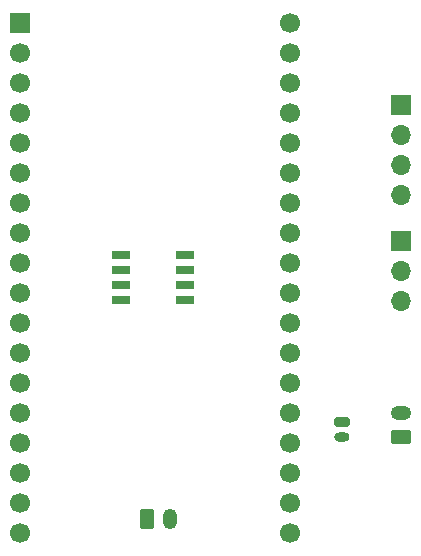
<source format=gbr>
%TF.GenerationSoftware,KiCad,Pcbnew,8.0.7-8.0.7-0~ubuntu22.04.1*%
%TF.CreationDate,2025-01-06T16:11:52+01:00*%
%TF.ProjectId,crack_monitoring_minimal,63726163-6b5f-46d6-9f6e-69746f72696e,rev?*%
%TF.SameCoordinates,Original*%
%TF.FileFunction,Soldermask,Bot*%
%TF.FilePolarity,Negative*%
%FSLAX46Y46*%
G04 Gerber Fmt 4.6, Leading zero omitted, Abs format (unit mm)*
G04 Created by KiCad (PCBNEW 8.0.7-8.0.7-0~ubuntu22.04.1) date 2025-01-06 16:11:52*
%MOMM*%
%LPD*%
G01*
G04 APERTURE LIST*
G04 Aperture macros list*
%AMRoundRect*
0 Rectangle with rounded corners*
0 $1 Rounding radius*
0 $2 $3 $4 $5 $6 $7 $8 $9 X,Y pos of 4 corners*
0 Add a 4 corners polygon primitive as box body*
4,1,4,$2,$3,$4,$5,$6,$7,$8,$9,$2,$3,0*
0 Add four circle primitives for the rounded corners*
1,1,$1+$1,$2,$3*
1,1,$1+$1,$4,$5*
1,1,$1+$1,$6,$7*
1,1,$1+$1,$8,$9*
0 Add four rect primitives between the rounded corners*
20,1,$1+$1,$2,$3,$4,$5,0*
20,1,$1+$1,$4,$5,$6,$7,0*
20,1,$1+$1,$6,$7,$8,$9,0*
20,1,$1+$1,$8,$9,$2,$3,0*%
G04 Aperture macros list end*
%ADD10R,1.700000X1.700000*%
%ADD11O,1.700000X1.700000*%
%ADD12RoundRect,0.200000X-0.450000X0.200000X-0.450000X-0.200000X0.450000X-0.200000X0.450000X0.200000X0*%
%ADD13O,1.300000X0.800000*%
%ADD14RoundRect,0.250000X-0.350000X-0.625000X0.350000X-0.625000X0.350000X0.625000X-0.350000X0.625000X0*%
%ADD15O,1.200000X1.750000*%
%ADD16RoundRect,0.250000X0.625000X-0.350000X0.625000X0.350000X-0.625000X0.350000X-0.625000X-0.350000X0*%
%ADD17O,1.750000X1.200000*%
%ADD18C,1.700000*%
%ADD19R,1.500000X0.650000*%
G04 APERTURE END LIST*
D10*
%TO.C,J1*%
X171000000Y-60380000D03*
D11*
X171000000Y-62920000D03*
X171000000Y-65460000D03*
X171000000Y-68000000D03*
%TD*%
D12*
%TO.C,J5*%
X166000000Y-87250000D03*
D13*
X166000000Y-88500000D03*
%TD*%
D10*
%TO.C,J2*%
X171000000Y-71960000D03*
D11*
X171000000Y-74500000D03*
X171000000Y-77040000D03*
%TD*%
D14*
%TO.C,J3*%
X149500000Y-95450000D03*
D15*
X151500000Y-95450000D03*
%TD*%
D16*
%TO.C,J4*%
X171000000Y-88500000D03*
D17*
X171000000Y-86500000D03*
%TD*%
D10*
%TO.C,U1*%
X138770000Y-53440000D03*
D18*
X138770000Y-55980000D03*
X138770000Y-58520000D03*
X138770000Y-61060000D03*
X138770000Y-63600000D03*
X138770000Y-66140000D03*
X138770000Y-68680000D03*
X138770000Y-71220000D03*
X138770000Y-73760000D03*
X138770000Y-76300000D03*
X138770000Y-78840000D03*
X138770000Y-81380000D03*
X138770000Y-83920000D03*
X138770000Y-86460000D03*
X138770000Y-89000000D03*
X138770000Y-91540000D03*
X138770000Y-94080000D03*
X138770000Y-96620000D03*
X161630000Y-53440000D03*
X161630000Y-55980000D03*
X161630000Y-58520000D03*
X161630000Y-61060000D03*
X161630000Y-63600000D03*
X161630000Y-66140000D03*
X161630000Y-68680000D03*
X161630000Y-71220000D03*
X161630000Y-73760000D03*
X161630000Y-76300000D03*
X161630000Y-78840000D03*
X161630000Y-81380000D03*
X161630000Y-83920000D03*
X161630000Y-86460000D03*
X161630000Y-89000000D03*
X161630000Y-91540000D03*
X161630000Y-94080000D03*
X161630000Y-96620000D03*
%TD*%
D19*
%TO.C,IC2*%
X152700000Y-73095000D03*
X152700000Y-74365000D03*
X152700000Y-75635000D03*
X152700000Y-76905000D03*
X147300000Y-76905000D03*
X147300000Y-75635000D03*
X147300000Y-74365000D03*
X147300000Y-73095000D03*
%TD*%
M02*

</source>
